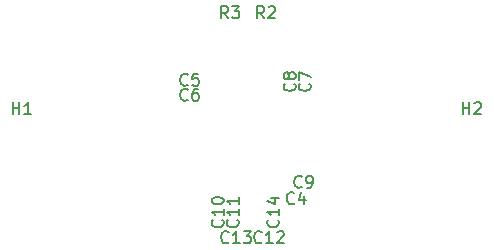
<source format=gbr>
%TF.GenerationSoftware,KiCad,Pcbnew,7.0.5*%
%TF.CreationDate,2024-04-29T12:28:37+10:00*%
%TF.ProjectId,8 key thingy,38206b65-7920-4746-9869-6e67792e6b69,rev?*%
%TF.SameCoordinates,Original*%
%TF.FileFunction,Legend,Top*%
%TF.FilePolarity,Positive*%
%FSLAX46Y46*%
G04 Gerber Fmt 4.6, Leading zero omitted, Abs format (unit mm)*
G04 Created by KiCad (PCBNEW 7.0.5) date 2024-04-29 12:28:37*
%MOMM*%
%LPD*%
G01*
G04 APERTURE LIST*
%ADD10C,0.150000*%
%ADD11C,1.700000*%
%ADD12C,3.200000*%
%ADD13R,1.700000X1.700000*%
%ADD14O,1.700000X1.700000*%
%ADD15C,0.650000*%
%ADD16O,1.000000X1.600000*%
%ADD17O,1.000000X2.100000*%
G04 APERTURE END LIST*
D10*
%TO.C,H1*%
X46863095Y-45539819D02*
X46863095Y-44539819D01*
X46863095Y-45016009D02*
X47434523Y-45016009D01*
X47434523Y-45539819D02*
X47434523Y-44539819D01*
X48434523Y-45539819D02*
X47863095Y-45539819D01*
X48148809Y-45539819D02*
X48148809Y-44539819D01*
X48148809Y-44539819D02*
X48053571Y-44682676D01*
X48053571Y-44682676D02*
X47958333Y-44777914D01*
X47958333Y-44777914D02*
X47863095Y-44825533D01*
%TO.C,H2*%
X84963095Y-45539819D02*
X84963095Y-44539819D01*
X84963095Y-45016009D02*
X85534523Y-45016009D01*
X85534523Y-45539819D02*
X85534523Y-44539819D01*
X85963095Y-44635057D02*
X86010714Y-44587438D01*
X86010714Y-44587438D02*
X86105952Y-44539819D01*
X86105952Y-44539819D02*
X86344047Y-44539819D01*
X86344047Y-44539819D02*
X86439285Y-44587438D01*
X86439285Y-44587438D02*
X86486904Y-44635057D01*
X86486904Y-44635057D02*
X86534523Y-44730295D01*
X86534523Y-44730295D02*
X86534523Y-44825533D01*
X86534523Y-44825533D02*
X86486904Y-44968390D01*
X86486904Y-44968390D02*
X85915476Y-45539819D01*
X85915476Y-45539819D02*
X86534523Y-45539819D01*
%TO.C,C14*%
X69320580Y-54490857D02*
X69368200Y-54538476D01*
X69368200Y-54538476D02*
X69415819Y-54681333D01*
X69415819Y-54681333D02*
X69415819Y-54776571D01*
X69415819Y-54776571D02*
X69368200Y-54919428D01*
X69368200Y-54919428D02*
X69272961Y-55014666D01*
X69272961Y-55014666D02*
X69177723Y-55062285D01*
X69177723Y-55062285D02*
X68987247Y-55109904D01*
X68987247Y-55109904D02*
X68844390Y-55109904D01*
X68844390Y-55109904D02*
X68653914Y-55062285D01*
X68653914Y-55062285D02*
X68558676Y-55014666D01*
X68558676Y-55014666D02*
X68463438Y-54919428D01*
X68463438Y-54919428D02*
X68415819Y-54776571D01*
X68415819Y-54776571D02*
X68415819Y-54681333D01*
X68415819Y-54681333D02*
X68463438Y-54538476D01*
X68463438Y-54538476D02*
X68511057Y-54490857D01*
X69415819Y-53538476D02*
X69415819Y-54109904D01*
X69415819Y-53824190D02*
X68415819Y-53824190D01*
X68415819Y-53824190D02*
X68558676Y-53919428D01*
X68558676Y-53919428D02*
X68653914Y-54014666D01*
X68653914Y-54014666D02*
X68701533Y-54109904D01*
X68749152Y-52681333D02*
X69415819Y-52681333D01*
X68368200Y-52919428D02*
X69082485Y-53157523D01*
X69082485Y-53157523D02*
X69082485Y-52538476D01*
%TO.C,C9*%
X71334333Y-51667580D02*
X71286714Y-51715200D01*
X71286714Y-51715200D02*
X71143857Y-51762819D01*
X71143857Y-51762819D02*
X71048619Y-51762819D01*
X71048619Y-51762819D02*
X70905762Y-51715200D01*
X70905762Y-51715200D02*
X70810524Y-51619961D01*
X70810524Y-51619961D02*
X70762905Y-51524723D01*
X70762905Y-51524723D02*
X70715286Y-51334247D01*
X70715286Y-51334247D02*
X70715286Y-51191390D01*
X70715286Y-51191390D02*
X70762905Y-51000914D01*
X70762905Y-51000914D02*
X70810524Y-50905676D01*
X70810524Y-50905676D02*
X70905762Y-50810438D01*
X70905762Y-50810438D02*
X71048619Y-50762819D01*
X71048619Y-50762819D02*
X71143857Y-50762819D01*
X71143857Y-50762819D02*
X71286714Y-50810438D01*
X71286714Y-50810438D02*
X71334333Y-50858057D01*
X71810524Y-51762819D02*
X72001000Y-51762819D01*
X72001000Y-51762819D02*
X72096238Y-51715200D01*
X72096238Y-51715200D02*
X72143857Y-51667580D01*
X72143857Y-51667580D02*
X72239095Y-51524723D01*
X72239095Y-51524723D02*
X72286714Y-51334247D01*
X72286714Y-51334247D02*
X72286714Y-50953295D01*
X72286714Y-50953295D02*
X72239095Y-50858057D01*
X72239095Y-50858057D02*
X72191476Y-50810438D01*
X72191476Y-50810438D02*
X72096238Y-50762819D01*
X72096238Y-50762819D02*
X71905762Y-50762819D01*
X71905762Y-50762819D02*
X71810524Y-50810438D01*
X71810524Y-50810438D02*
X71762905Y-50858057D01*
X71762905Y-50858057D02*
X71715286Y-50953295D01*
X71715286Y-50953295D02*
X71715286Y-51191390D01*
X71715286Y-51191390D02*
X71762905Y-51286628D01*
X71762905Y-51286628D02*
X71810524Y-51334247D01*
X71810524Y-51334247D02*
X71905762Y-51381866D01*
X71905762Y-51381866D02*
X72096238Y-51381866D01*
X72096238Y-51381866D02*
X72191476Y-51334247D01*
X72191476Y-51334247D02*
X72239095Y-51286628D01*
X72239095Y-51286628D02*
X72286714Y-51191390D01*
%TO.C,R2*%
X68159333Y-37411819D02*
X67826000Y-36935628D01*
X67587905Y-37411819D02*
X67587905Y-36411819D01*
X67587905Y-36411819D02*
X67968857Y-36411819D01*
X67968857Y-36411819D02*
X68064095Y-36459438D01*
X68064095Y-36459438D02*
X68111714Y-36507057D01*
X68111714Y-36507057D02*
X68159333Y-36602295D01*
X68159333Y-36602295D02*
X68159333Y-36745152D01*
X68159333Y-36745152D02*
X68111714Y-36840390D01*
X68111714Y-36840390D02*
X68064095Y-36888009D01*
X68064095Y-36888009D02*
X67968857Y-36935628D01*
X67968857Y-36935628D02*
X67587905Y-36935628D01*
X68540286Y-36507057D02*
X68587905Y-36459438D01*
X68587905Y-36459438D02*
X68683143Y-36411819D01*
X68683143Y-36411819D02*
X68921238Y-36411819D01*
X68921238Y-36411819D02*
X69016476Y-36459438D01*
X69016476Y-36459438D02*
X69064095Y-36507057D01*
X69064095Y-36507057D02*
X69111714Y-36602295D01*
X69111714Y-36602295D02*
X69111714Y-36697533D01*
X69111714Y-36697533D02*
X69064095Y-36840390D01*
X69064095Y-36840390D02*
X68492667Y-37411819D01*
X68492667Y-37411819D02*
X69111714Y-37411819D01*
%TO.C,C11*%
X65891580Y-54490857D02*
X65939200Y-54538476D01*
X65939200Y-54538476D02*
X65986819Y-54681333D01*
X65986819Y-54681333D02*
X65986819Y-54776571D01*
X65986819Y-54776571D02*
X65939200Y-54919428D01*
X65939200Y-54919428D02*
X65843961Y-55014666D01*
X65843961Y-55014666D02*
X65748723Y-55062285D01*
X65748723Y-55062285D02*
X65558247Y-55109904D01*
X65558247Y-55109904D02*
X65415390Y-55109904D01*
X65415390Y-55109904D02*
X65224914Y-55062285D01*
X65224914Y-55062285D02*
X65129676Y-55014666D01*
X65129676Y-55014666D02*
X65034438Y-54919428D01*
X65034438Y-54919428D02*
X64986819Y-54776571D01*
X64986819Y-54776571D02*
X64986819Y-54681333D01*
X64986819Y-54681333D02*
X65034438Y-54538476D01*
X65034438Y-54538476D02*
X65082057Y-54490857D01*
X65986819Y-53538476D02*
X65986819Y-54109904D01*
X65986819Y-53824190D02*
X64986819Y-53824190D01*
X64986819Y-53824190D02*
X65129676Y-53919428D01*
X65129676Y-53919428D02*
X65224914Y-54014666D01*
X65224914Y-54014666D02*
X65272533Y-54109904D01*
X65986819Y-52586095D02*
X65986819Y-53157523D01*
X65986819Y-52871809D02*
X64986819Y-52871809D01*
X64986819Y-52871809D02*
X65129676Y-52967047D01*
X65129676Y-52967047D02*
X65224914Y-53062285D01*
X65224914Y-53062285D02*
X65272533Y-53157523D01*
%TO.C,C5*%
X61682333Y-43031580D02*
X61634714Y-43079200D01*
X61634714Y-43079200D02*
X61491857Y-43126819D01*
X61491857Y-43126819D02*
X61396619Y-43126819D01*
X61396619Y-43126819D02*
X61253762Y-43079200D01*
X61253762Y-43079200D02*
X61158524Y-42983961D01*
X61158524Y-42983961D02*
X61110905Y-42888723D01*
X61110905Y-42888723D02*
X61063286Y-42698247D01*
X61063286Y-42698247D02*
X61063286Y-42555390D01*
X61063286Y-42555390D02*
X61110905Y-42364914D01*
X61110905Y-42364914D02*
X61158524Y-42269676D01*
X61158524Y-42269676D02*
X61253762Y-42174438D01*
X61253762Y-42174438D02*
X61396619Y-42126819D01*
X61396619Y-42126819D02*
X61491857Y-42126819D01*
X61491857Y-42126819D02*
X61634714Y-42174438D01*
X61634714Y-42174438D02*
X61682333Y-42222057D01*
X62587095Y-42126819D02*
X62110905Y-42126819D01*
X62110905Y-42126819D02*
X62063286Y-42603009D01*
X62063286Y-42603009D02*
X62110905Y-42555390D01*
X62110905Y-42555390D02*
X62206143Y-42507771D01*
X62206143Y-42507771D02*
X62444238Y-42507771D01*
X62444238Y-42507771D02*
X62539476Y-42555390D01*
X62539476Y-42555390D02*
X62587095Y-42603009D01*
X62587095Y-42603009D02*
X62634714Y-42698247D01*
X62634714Y-42698247D02*
X62634714Y-42936342D01*
X62634714Y-42936342D02*
X62587095Y-43031580D01*
X62587095Y-43031580D02*
X62539476Y-43079200D01*
X62539476Y-43079200D02*
X62444238Y-43126819D01*
X62444238Y-43126819D02*
X62206143Y-43126819D01*
X62206143Y-43126819D02*
X62110905Y-43079200D01*
X62110905Y-43079200D02*
X62063286Y-43031580D01*
%TO.C,C7*%
X71987580Y-42965666D02*
X72035200Y-43013285D01*
X72035200Y-43013285D02*
X72082819Y-43156142D01*
X72082819Y-43156142D02*
X72082819Y-43251380D01*
X72082819Y-43251380D02*
X72035200Y-43394237D01*
X72035200Y-43394237D02*
X71939961Y-43489475D01*
X71939961Y-43489475D02*
X71844723Y-43537094D01*
X71844723Y-43537094D02*
X71654247Y-43584713D01*
X71654247Y-43584713D02*
X71511390Y-43584713D01*
X71511390Y-43584713D02*
X71320914Y-43537094D01*
X71320914Y-43537094D02*
X71225676Y-43489475D01*
X71225676Y-43489475D02*
X71130438Y-43394237D01*
X71130438Y-43394237D02*
X71082819Y-43251380D01*
X71082819Y-43251380D02*
X71082819Y-43156142D01*
X71082819Y-43156142D02*
X71130438Y-43013285D01*
X71130438Y-43013285D02*
X71178057Y-42965666D01*
X71082819Y-42632332D02*
X71082819Y-41965666D01*
X71082819Y-41965666D02*
X72082819Y-42394237D01*
%TO.C,R3*%
X65111333Y-37411819D02*
X64778000Y-36935628D01*
X64539905Y-37411819D02*
X64539905Y-36411819D01*
X64539905Y-36411819D02*
X64920857Y-36411819D01*
X64920857Y-36411819D02*
X65016095Y-36459438D01*
X65016095Y-36459438D02*
X65063714Y-36507057D01*
X65063714Y-36507057D02*
X65111333Y-36602295D01*
X65111333Y-36602295D02*
X65111333Y-36745152D01*
X65111333Y-36745152D02*
X65063714Y-36840390D01*
X65063714Y-36840390D02*
X65016095Y-36888009D01*
X65016095Y-36888009D02*
X64920857Y-36935628D01*
X64920857Y-36935628D02*
X64539905Y-36935628D01*
X65444667Y-36411819D02*
X66063714Y-36411819D01*
X66063714Y-36411819D02*
X65730381Y-36792771D01*
X65730381Y-36792771D02*
X65873238Y-36792771D01*
X65873238Y-36792771D02*
X65968476Y-36840390D01*
X65968476Y-36840390D02*
X66016095Y-36888009D01*
X66016095Y-36888009D02*
X66063714Y-36983247D01*
X66063714Y-36983247D02*
X66063714Y-37221342D01*
X66063714Y-37221342D02*
X66016095Y-37316580D01*
X66016095Y-37316580D02*
X65968476Y-37364200D01*
X65968476Y-37364200D02*
X65873238Y-37411819D01*
X65873238Y-37411819D02*
X65587524Y-37411819D01*
X65587524Y-37411819D02*
X65492286Y-37364200D01*
X65492286Y-37364200D02*
X65444667Y-37316580D01*
%TO.C,C10*%
X64621580Y-54490857D02*
X64669200Y-54538476D01*
X64669200Y-54538476D02*
X64716819Y-54681333D01*
X64716819Y-54681333D02*
X64716819Y-54776571D01*
X64716819Y-54776571D02*
X64669200Y-54919428D01*
X64669200Y-54919428D02*
X64573961Y-55014666D01*
X64573961Y-55014666D02*
X64478723Y-55062285D01*
X64478723Y-55062285D02*
X64288247Y-55109904D01*
X64288247Y-55109904D02*
X64145390Y-55109904D01*
X64145390Y-55109904D02*
X63954914Y-55062285D01*
X63954914Y-55062285D02*
X63859676Y-55014666D01*
X63859676Y-55014666D02*
X63764438Y-54919428D01*
X63764438Y-54919428D02*
X63716819Y-54776571D01*
X63716819Y-54776571D02*
X63716819Y-54681333D01*
X63716819Y-54681333D02*
X63764438Y-54538476D01*
X63764438Y-54538476D02*
X63812057Y-54490857D01*
X64716819Y-53538476D02*
X64716819Y-54109904D01*
X64716819Y-53824190D02*
X63716819Y-53824190D01*
X63716819Y-53824190D02*
X63859676Y-53919428D01*
X63859676Y-53919428D02*
X63954914Y-54014666D01*
X63954914Y-54014666D02*
X64002533Y-54109904D01*
X63716819Y-52919428D02*
X63716819Y-52824190D01*
X63716819Y-52824190D02*
X63764438Y-52728952D01*
X63764438Y-52728952D02*
X63812057Y-52681333D01*
X63812057Y-52681333D02*
X63907295Y-52633714D01*
X63907295Y-52633714D02*
X64097771Y-52586095D01*
X64097771Y-52586095D02*
X64335866Y-52586095D01*
X64335866Y-52586095D02*
X64526342Y-52633714D01*
X64526342Y-52633714D02*
X64621580Y-52681333D01*
X64621580Y-52681333D02*
X64669200Y-52728952D01*
X64669200Y-52728952D02*
X64716819Y-52824190D01*
X64716819Y-52824190D02*
X64716819Y-52919428D01*
X64716819Y-52919428D02*
X64669200Y-53014666D01*
X64669200Y-53014666D02*
X64621580Y-53062285D01*
X64621580Y-53062285D02*
X64526342Y-53109904D01*
X64526342Y-53109904D02*
X64335866Y-53157523D01*
X64335866Y-53157523D02*
X64097771Y-53157523D01*
X64097771Y-53157523D02*
X63907295Y-53109904D01*
X63907295Y-53109904D02*
X63812057Y-53062285D01*
X63812057Y-53062285D02*
X63764438Y-53014666D01*
X63764438Y-53014666D02*
X63716819Y-52919428D01*
%TO.C,C13*%
X65143142Y-56366580D02*
X65095523Y-56414200D01*
X65095523Y-56414200D02*
X64952666Y-56461819D01*
X64952666Y-56461819D02*
X64857428Y-56461819D01*
X64857428Y-56461819D02*
X64714571Y-56414200D01*
X64714571Y-56414200D02*
X64619333Y-56318961D01*
X64619333Y-56318961D02*
X64571714Y-56223723D01*
X64571714Y-56223723D02*
X64524095Y-56033247D01*
X64524095Y-56033247D02*
X64524095Y-55890390D01*
X64524095Y-55890390D02*
X64571714Y-55699914D01*
X64571714Y-55699914D02*
X64619333Y-55604676D01*
X64619333Y-55604676D02*
X64714571Y-55509438D01*
X64714571Y-55509438D02*
X64857428Y-55461819D01*
X64857428Y-55461819D02*
X64952666Y-55461819D01*
X64952666Y-55461819D02*
X65095523Y-55509438D01*
X65095523Y-55509438D02*
X65143142Y-55557057D01*
X66095523Y-56461819D02*
X65524095Y-56461819D01*
X65809809Y-56461819D02*
X65809809Y-55461819D01*
X65809809Y-55461819D02*
X65714571Y-55604676D01*
X65714571Y-55604676D02*
X65619333Y-55699914D01*
X65619333Y-55699914D02*
X65524095Y-55747533D01*
X66428857Y-55461819D02*
X67047904Y-55461819D01*
X67047904Y-55461819D02*
X66714571Y-55842771D01*
X66714571Y-55842771D02*
X66857428Y-55842771D01*
X66857428Y-55842771D02*
X66952666Y-55890390D01*
X66952666Y-55890390D02*
X67000285Y-55938009D01*
X67000285Y-55938009D02*
X67047904Y-56033247D01*
X67047904Y-56033247D02*
X67047904Y-56271342D01*
X67047904Y-56271342D02*
X67000285Y-56366580D01*
X67000285Y-56366580D02*
X66952666Y-56414200D01*
X66952666Y-56414200D02*
X66857428Y-56461819D01*
X66857428Y-56461819D02*
X66571714Y-56461819D01*
X66571714Y-56461819D02*
X66476476Y-56414200D01*
X66476476Y-56414200D02*
X66428857Y-56366580D01*
%TO.C,C4*%
X70699333Y-53064580D02*
X70651714Y-53112200D01*
X70651714Y-53112200D02*
X70508857Y-53159819D01*
X70508857Y-53159819D02*
X70413619Y-53159819D01*
X70413619Y-53159819D02*
X70270762Y-53112200D01*
X70270762Y-53112200D02*
X70175524Y-53016961D01*
X70175524Y-53016961D02*
X70127905Y-52921723D01*
X70127905Y-52921723D02*
X70080286Y-52731247D01*
X70080286Y-52731247D02*
X70080286Y-52588390D01*
X70080286Y-52588390D02*
X70127905Y-52397914D01*
X70127905Y-52397914D02*
X70175524Y-52302676D01*
X70175524Y-52302676D02*
X70270762Y-52207438D01*
X70270762Y-52207438D02*
X70413619Y-52159819D01*
X70413619Y-52159819D02*
X70508857Y-52159819D01*
X70508857Y-52159819D02*
X70651714Y-52207438D01*
X70651714Y-52207438D02*
X70699333Y-52255057D01*
X71556476Y-52493152D02*
X71556476Y-53159819D01*
X71318381Y-52112200D02*
X71080286Y-52826485D01*
X71080286Y-52826485D02*
X71699333Y-52826485D01*
%TO.C,C6*%
X61682333Y-44301580D02*
X61634714Y-44349200D01*
X61634714Y-44349200D02*
X61491857Y-44396819D01*
X61491857Y-44396819D02*
X61396619Y-44396819D01*
X61396619Y-44396819D02*
X61253762Y-44349200D01*
X61253762Y-44349200D02*
X61158524Y-44253961D01*
X61158524Y-44253961D02*
X61110905Y-44158723D01*
X61110905Y-44158723D02*
X61063286Y-43968247D01*
X61063286Y-43968247D02*
X61063286Y-43825390D01*
X61063286Y-43825390D02*
X61110905Y-43634914D01*
X61110905Y-43634914D02*
X61158524Y-43539676D01*
X61158524Y-43539676D02*
X61253762Y-43444438D01*
X61253762Y-43444438D02*
X61396619Y-43396819D01*
X61396619Y-43396819D02*
X61491857Y-43396819D01*
X61491857Y-43396819D02*
X61634714Y-43444438D01*
X61634714Y-43444438D02*
X61682333Y-43492057D01*
X62539476Y-43396819D02*
X62349000Y-43396819D01*
X62349000Y-43396819D02*
X62253762Y-43444438D01*
X62253762Y-43444438D02*
X62206143Y-43492057D01*
X62206143Y-43492057D02*
X62110905Y-43634914D01*
X62110905Y-43634914D02*
X62063286Y-43825390D01*
X62063286Y-43825390D02*
X62063286Y-44206342D01*
X62063286Y-44206342D02*
X62110905Y-44301580D01*
X62110905Y-44301580D02*
X62158524Y-44349200D01*
X62158524Y-44349200D02*
X62253762Y-44396819D01*
X62253762Y-44396819D02*
X62444238Y-44396819D01*
X62444238Y-44396819D02*
X62539476Y-44349200D01*
X62539476Y-44349200D02*
X62587095Y-44301580D01*
X62587095Y-44301580D02*
X62634714Y-44206342D01*
X62634714Y-44206342D02*
X62634714Y-43968247D01*
X62634714Y-43968247D02*
X62587095Y-43873009D01*
X62587095Y-43873009D02*
X62539476Y-43825390D01*
X62539476Y-43825390D02*
X62444238Y-43777771D01*
X62444238Y-43777771D02*
X62253762Y-43777771D01*
X62253762Y-43777771D02*
X62158524Y-43825390D01*
X62158524Y-43825390D02*
X62110905Y-43873009D01*
X62110905Y-43873009D02*
X62063286Y-43968247D01*
%TO.C,C8*%
X70717580Y-42965666D02*
X70765200Y-43013285D01*
X70765200Y-43013285D02*
X70812819Y-43156142D01*
X70812819Y-43156142D02*
X70812819Y-43251380D01*
X70812819Y-43251380D02*
X70765200Y-43394237D01*
X70765200Y-43394237D02*
X70669961Y-43489475D01*
X70669961Y-43489475D02*
X70574723Y-43537094D01*
X70574723Y-43537094D02*
X70384247Y-43584713D01*
X70384247Y-43584713D02*
X70241390Y-43584713D01*
X70241390Y-43584713D02*
X70050914Y-43537094D01*
X70050914Y-43537094D02*
X69955676Y-43489475D01*
X69955676Y-43489475D02*
X69860438Y-43394237D01*
X69860438Y-43394237D02*
X69812819Y-43251380D01*
X69812819Y-43251380D02*
X69812819Y-43156142D01*
X69812819Y-43156142D02*
X69860438Y-43013285D01*
X69860438Y-43013285D02*
X69908057Y-42965666D01*
X70241390Y-42394237D02*
X70193771Y-42489475D01*
X70193771Y-42489475D02*
X70146152Y-42537094D01*
X70146152Y-42537094D02*
X70050914Y-42584713D01*
X70050914Y-42584713D02*
X70003295Y-42584713D01*
X70003295Y-42584713D02*
X69908057Y-42537094D01*
X69908057Y-42537094D02*
X69860438Y-42489475D01*
X69860438Y-42489475D02*
X69812819Y-42394237D01*
X69812819Y-42394237D02*
X69812819Y-42203761D01*
X69812819Y-42203761D02*
X69860438Y-42108523D01*
X69860438Y-42108523D02*
X69908057Y-42060904D01*
X69908057Y-42060904D02*
X70003295Y-42013285D01*
X70003295Y-42013285D02*
X70050914Y-42013285D01*
X70050914Y-42013285D02*
X70146152Y-42060904D01*
X70146152Y-42060904D02*
X70193771Y-42108523D01*
X70193771Y-42108523D02*
X70241390Y-42203761D01*
X70241390Y-42203761D02*
X70241390Y-42394237D01*
X70241390Y-42394237D02*
X70289009Y-42489475D01*
X70289009Y-42489475D02*
X70336628Y-42537094D01*
X70336628Y-42537094D02*
X70431866Y-42584713D01*
X70431866Y-42584713D02*
X70622342Y-42584713D01*
X70622342Y-42584713D02*
X70717580Y-42537094D01*
X70717580Y-42537094D02*
X70765200Y-42489475D01*
X70765200Y-42489475D02*
X70812819Y-42394237D01*
X70812819Y-42394237D02*
X70812819Y-42203761D01*
X70812819Y-42203761D02*
X70765200Y-42108523D01*
X70765200Y-42108523D02*
X70717580Y-42060904D01*
X70717580Y-42060904D02*
X70622342Y-42013285D01*
X70622342Y-42013285D02*
X70431866Y-42013285D01*
X70431866Y-42013285D02*
X70336628Y-42060904D01*
X70336628Y-42060904D02*
X70289009Y-42108523D01*
X70289009Y-42108523D02*
X70241390Y-42203761D01*
%TO.C,C12*%
X67937142Y-56366580D02*
X67889523Y-56414200D01*
X67889523Y-56414200D02*
X67746666Y-56461819D01*
X67746666Y-56461819D02*
X67651428Y-56461819D01*
X67651428Y-56461819D02*
X67508571Y-56414200D01*
X67508571Y-56414200D02*
X67413333Y-56318961D01*
X67413333Y-56318961D02*
X67365714Y-56223723D01*
X67365714Y-56223723D02*
X67318095Y-56033247D01*
X67318095Y-56033247D02*
X67318095Y-55890390D01*
X67318095Y-55890390D02*
X67365714Y-55699914D01*
X67365714Y-55699914D02*
X67413333Y-55604676D01*
X67413333Y-55604676D02*
X67508571Y-55509438D01*
X67508571Y-55509438D02*
X67651428Y-55461819D01*
X67651428Y-55461819D02*
X67746666Y-55461819D01*
X67746666Y-55461819D02*
X67889523Y-55509438D01*
X67889523Y-55509438D02*
X67937142Y-55557057D01*
X68889523Y-56461819D02*
X68318095Y-56461819D01*
X68603809Y-56461819D02*
X68603809Y-55461819D01*
X68603809Y-55461819D02*
X68508571Y-55604676D01*
X68508571Y-55604676D02*
X68413333Y-55699914D01*
X68413333Y-55699914D02*
X68318095Y-55747533D01*
X69270476Y-55557057D02*
X69318095Y-55509438D01*
X69318095Y-55509438D02*
X69413333Y-55461819D01*
X69413333Y-55461819D02*
X69651428Y-55461819D01*
X69651428Y-55461819D02*
X69746666Y-55509438D01*
X69746666Y-55509438D02*
X69794285Y-55557057D01*
X69794285Y-55557057D02*
X69841904Y-55652295D01*
X69841904Y-55652295D02*
X69841904Y-55747533D01*
X69841904Y-55747533D02*
X69794285Y-55890390D01*
X69794285Y-55890390D02*
X69222857Y-56461819D01*
X69222857Y-56461819D02*
X69841904Y-56461819D01*
%TD*%
%LPC*%
D11*
%TO.C,H_SW2*%
X52070000Y-38100000D03*
X62230000Y-38100000D03*
%TD*%
D12*
%TO.C,H1*%
X47625000Y-47625000D03*
%TD*%
D11*
%TO.C,H_SW3*%
X71120000Y-38100000D03*
X81280000Y-38100000D03*
%TD*%
%TO.C,H_SW5*%
X43180000Y-57150000D03*
X33020000Y-57150000D03*
%TD*%
%TO.C,H_SW1*%
X33020000Y-38100000D03*
X43180000Y-38100000D03*
%TD*%
%TO.C,H_SW7*%
X81280000Y-57150000D03*
X71120000Y-57150000D03*
%TD*%
%TO.C,H_SW4*%
X90170000Y-38100000D03*
X100330000Y-38100000D03*
%TD*%
%TO.C,H_SW6*%
X62230000Y-57150000D03*
X52070000Y-57150000D03*
%TD*%
D12*
%TO.C,H2*%
X85725000Y-47625000D03*
%TD*%
D11*
%TO.C,H_SW8*%
X100330000Y-57150000D03*
X90170000Y-57150000D03*
%TD*%
D13*
%TO.C,J2*%
X85725000Y-34290000D03*
D14*
X85725000Y-36830000D03*
X85725000Y-39370000D03*
X85725000Y-41910000D03*
%TD*%
D15*
%TO.C,J1*%
X63785000Y-33715000D03*
X69565000Y-33715000D03*
D16*
X62355000Y-30065000D03*
D17*
X62355000Y-34245000D03*
D16*
X70995000Y-30065000D03*
D17*
X70995000Y-34245000D03*
%TD*%
%LPD*%
M02*

</source>
